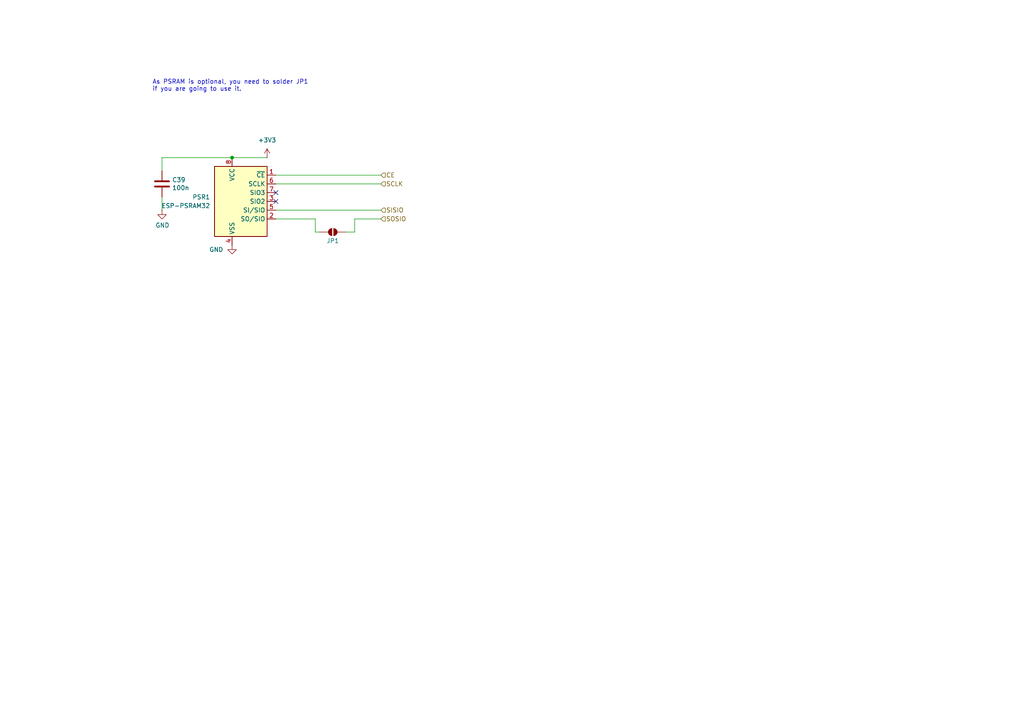
<source format=kicad_sch>
(kicad_sch (version 20250114) (generator "eeschema") (generator_version "9.0")
  (paper "A4")
  (title_block (title "MiniFRANK RM1U") (date "2025-03-04") (rev "1.01") (company "Mikhail Matveev") (comment 1 "https://github.com/xtremespb/frank"))
  (lib_symbols
    (symbol "Device:C" (pin_numbers (hide yes)) (pin_names (offset 0.254))
      (property "Reference" "C" (at 0.635 2.54 0))
      (property "Value" "C" (at 0.635 -2.54 0))
      (symbol "C_0_1"
        (polyline (pts (xy -2.032 0.762) (xy 2.032 0.762)) (stroke (width 0.508)))
        (polyline (pts (xy -2.032 -0.762) (xy 2.032 -0.762)) (stroke (width 0.508)))
      )
      (symbol "C_1_1"
        (pin passive line (at 0 3.81 270) (length 2.794) (name "~") (number "1"))
        (pin passive line (at 0 -3.81 90) (length 2.794) (name "~") (number "2"))
      )
    )
    (symbol "FRANK:ESP-PSRAM32"
      (property "Reference" "PSR1" (at -8.89 1.2701 0))
      (property "Value" "PSRAM" (at -8.89 -1.2699 0))
      (symbol "ESP-PSRAM32_0_1"
        (rectangle (start -7.62 10.16) (end 7.62 -10.16) (stroke (width 0.254)) (fill (type background)))
      )
      (symbol "ESP-PSRAM32_1_1"
        (pin power_in line (at -2.54 12.7 270) (length 2.54) (name "VCC") (number "8"))
        (pin power_in line (at -2.54 -12.7 90) (length 2.54) (name "VSS") (number "4"))
        (pin input line (at 10.16 7.62 180) (length 2.54) (name "~{CE}") (number "1"))
        (pin output line (at 10.16 5.08 180) (length 2.54) (name "SCLK") (number "6"))
        (pin bidirectional line (at 10.16 2.54 180) (length 2.54) (name "SIO3") (number "7"))
        (pin bidirectional line (at 10.16 0 180) (length 2.54) (name "SIO2") (number "3"))
        (pin input line (at 10.16 -2.54 180) (length 2.54) (name "SI/SIO") (number "5"))
        (pin output line (at 10.16 -5.08 180) (length 2.54) (name "SO/SIO") (number "2"))
      )
    )
    (symbol "GND_1" (power) (pin_numbers (hide yes)) (pin_names (offset 0) (hide yes))
      (property "Value" "GND" (at 0 -3.81 0))
      (symbol "GND_1_0_1"
        (polyline (pts (xy 0 0) (xy 0 -1.27) (xy 1.27 -1.27) (xy 0 -2.54) (xy -1.27 -1.27) (xy 0 -1.27)))
      )
      (symbol "GND_1_1_1"
        (pin power_in line (at 0 0 270) (length 0) (name "~") (number "1"))
      )
    )
    (symbol "Jumper:SolderJumper_2_Open" (pin_numbers (hide yes)) (pin_names (offset 0) (hide yes)) (exclude_from_sim yes) (in_bom no)
      (property "Reference" "JP" (at 0 2.032 0))
      (property "Value" "SolderJumper_2_Open" (at 0 -2.54 0))
      (symbol "SolderJumper_2_Open_0_1"
        (polyline (pts (xy -0.254 1.016) (xy -0.254 -1.016)))
        (arc (start -0.254 -1.016) (mid -1.2656 0) (end -0.254 1.016))
        (arc (start -0.254 -1.016) (mid -1.2656 0) (end -0.254 1.016) (fill (type outline)))
        (arc (start 0.254 1.016) (mid 1.2656 0) (end 0.254 -1.016))
        (arc (start 0.254 1.016) (mid 1.2656 0) (end 0.254 -1.016) (fill (type outline)))
        (polyline (pts (xy 0.254 1.016) (xy 0.254 -1.016)))
      )
      (symbol "SolderJumper_2_Open_1_1"
        (pin passive line (at -3.81 0 0) (length 2.54) (name "A") (number "1"))
        (pin passive line (at 3.81 0 180) (length 2.54) (name "B") (number "2"))
      )
    )
    (symbol "power:+3V3" (power) (pin_numbers (hide yes)) (pin_names (offset 0) (hide yes))
      (property "Value" "+3V3" (at 0 3.556 0))
      (symbol "+3V3_0_1"
        (polyline (pts (xy -0.762 1.27) (xy 0 2.54)))
        (polyline (pts (xy 0 2.54) (xy 0.762 1.27)))
        (polyline (pts (xy 0 0) (xy 0 2.54)))
      )
      (symbol "+3V3_1_1"
        (pin power_in line (at 0 0 90) (length 0) (name "~") (number "1"))
      )
    )
    (symbol "power:GND" (power) (pin_numbers (hide yes)) (pin_names (offset 0) (hide yes))
      (property "Value" "GND" (at 0 -3.81 0))
      (symbol "GND_0_1"
        (polyline (pts (xy 0 0) (xy 0 -1.27) (xy 1.27 -1.27) (xy 0 -2.54) (xy -1.27 -1.27) (xy 0 -1.27)))
      )
      (symbol "GND_1_1"
        (pin power_in line (at 0 0 270) (length 0) (name "~") (number "1"))
      )
    )
  )
  (text "As PSRAM is optional, you need to solder JP1\nif you are going to use it." (at 44.196 24.892 0) (effects (font (size 1.27 1.27)) (justify left)))
  (junction (at 67.31 45.72))
  (no_connect (at 80.01 55.88))
  (no_connect (at 80.01 58.42))
  (wire (pts (xy 80.01 50.8) (xy 110.49 50.8)))
  (wire (pts (xy 91.44 67.31) (xy 91.44 63.5)))
  (wire (pts (xy 91.44 67.31) (xy 92.71 67.31)))
  (wire (pts (xy 46.99 45.72) (xy 46.99 49.53)))
  (wire (pts (xy 80.01 53.34) (xy 110.49 53.34)))
  (wire (pts (xy 46.99 45.72) (xy 67.31 45.72)))
  (wire (pts (xy 67.31 45.72) (xy 77.47 45.72)))
  (wire (pts (xy 46.99 57.15) (xy 46.99 60.96)))
  (wire (pts (xy 80.01 60.96) (xy 110.49 60.96)))
  (wire (pts (xy 102.87 67.31) (xy 102.87 63.5)))
  (wire (pts (xy 102.87 63.5) (xy 110.49 63.5)))
  (wire (pts (xy 100.33 67.31) (xy 102.87 67.31)))
  (wire (pts (xy 91.44 63.5) (xy 80.01 63.5)))
  (hierarchical_label "SISIO" (shape input) (at 110.49 60.96 0))
  (hierarchical_label "CE" (shape input) (at 110.49 50.8 0))
  (hierarchical_label "SCLK" (shape input) (at 110.49 53.34 0))
  (hierarchical_label "SOSIO" (shape input) (at 110.49 63.5 0))
  (symbol (lib_id "power:GND") (at 67.31 71.12 0) (unit 1)
    (property "Reference" "#PWR060" (effects (hide yes)))
    (property "Value" "GND" (at 64.77 72.39 0) (effects (justify right)))
    (property "Description" "Power symbol creates a global label with name \"GND\" , ground" (effects (hide yes)))
  )
  (symbol (lib_id "power:+3V3") (at 77.47 45.72 0) (unit 1)
    (property "Reference" "#PWR058" (effects (hide yes)))
    (property "Value" "+3V3" (at 77.47 40.64 0))
    (property "Description" "Power symbol creates a global label with name \"+3V3\"" (effects (hide yes)))
  )
  (symbol (lib_id "FRANK:ESP-PSRAM32") (at 69.85 58.42 0) (unit 1)
    (property "Reference" "PSR1" (at 60.96 57.1499 0) (effects (justify right)))
    (property "Value" "ESP-PSRAM32" (at 60.96 59.6899 0) (effects (justify right)))
    (property "Footprint" "FRANK:SO-8" (effects (hide yes)))
    (property "Datasheet" "https://www.espressif.com/sites/default/files/documentation/esp-psram32_datasheet_en.pdf" (effects (hide yes)))
    (property "AliExpress" "https://www.aliexpress.com/item/1005006440914173.html" (effects (hide yes)))
  )
  (symbol (lib_id "Device:C") (at 46.99 53.34 0) (unit 1)
    (property "Reference" "C39" (at 49.911 52.1716 0) (effects (justify left)))
    (property "Value" "100n" (at 49.911 54.483 0) (effects (justify left)))
    (property "Footprint" "FRANK:Capacitor (0805)" (effects (hide yes)))
    (property "Datasheet" "https://eu.mouser.com/datasheet/2/447/KEM_C1075_X7R_HT_SMD-3316221.pdf" (effects (hide yes)))
    (property "AliExpress" "https://www.aliexpress.com/item/33008008276.html" (effects (hide yes)))
  )
  (symbol (lib_id "Jumper:SolderJumper_2_Open") (at 96.52 67.31 0) (unit 1)
    (property "Reference" "JP1" (at 96.52 69.85 0))
    (property "Value" "Jumper PSRAM (2.54)" (effects (hide yes)))
    (property "Footprint" "FRANK:Jumper (solder)" (effects (hide yes)))
    (property "Description" "Solder Jumper, 2-pole, open" (effects (hide yes)))
  )
  (symbol (lib_name "GND_1") (lib_id "power:GND") (at 46.99 60.96 0) (unit 1)
    (property "Reference" "#PWR059" (effects (hide yes)))
    (property "Value" "GND" (at 47.117 65.3542 0))
    (property "Description" "Power symbol creates a global label with name \"GND\" , ground" (effects (hide yes)))
  )
)
</source>
